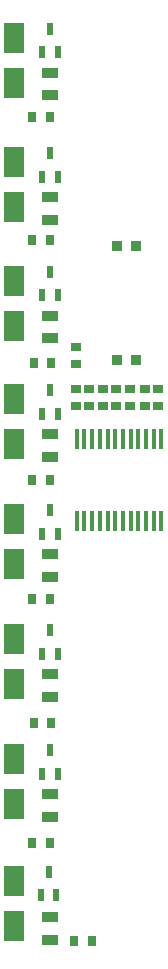
<source format=gbr>
G04 EAGLE Gerber RS-274X export*
G75*
%MOMM*%
%FSLAX34Y34*%
%LPD*%
%INSolderpaste Top*%
%IPPOS*%
%AMOC8*
5,1,8,0,0,1.08239X$1,22.5*%
G01*
%ADD10R,1.700000X2.550000*%
%ADD11R,0.450000X1.675000*%
%ADD12R,0.500000X1.000000*%
%ADD13R,0.650000X0.900000*%
%ADD14R,0.900000X0.650000*%
%ADD15R,1.400000X0.900000*%
%ADD16R,0.900000X0.950000*%


D10*
X358140Y134670D03*
X358140Y172670D03*
X358140Y236270D03*
X358140Y274270D03*
X358140Y337870D03*
X358140Y375870D03*
X358140Y31800D03*
X358140Y69800D03*
X358140Y439470D03*
X358140Y477470D03*
X358140Y539800D03*
X358140Y577800D03*
X358140Y745540D03*
X358140Y783540D03*
X358140Y640130D03*
X358140Y678130D03*
D11*
X482790Y443820D03*
X476290Y443820D03*
X469790Y443820D03*
X463290Y443820D03*
X456790Y443820D03*
X450290Y443820D03*
X443790Y443820D03*
X437290Y443820D03*
X430790Y443820D03*
X424290Y443820D03*
X417790Y443820D03*
X411290Y443820D03*
X411290Y374060D03*
X417790Y374060D03*
X424290Y374060D03*
X430790Y374060D03*
X437290Y374060D03*
X443790Y374060D03*
X450290Y374060D03*
X456790Y374060D03*
X463290Y374060D03*
X469790Y374060D03*
X476290Y374060D03*
X482790Y374060D03*
D12*
X382120Y160180D03*
X395120Y160180D03*
X388620Y180180D03*
X382120Y261780D03*
X395120Y261780D03*
X388620Y281780D03*
X382120Y363380D03*
X395120Y363380D03*
X388620Y383380D03*
X380850Y57310D03*
X393850Y57310D03*
X387350Y77310D03*
X382120Y464980D03*
X395120Y464980D03*
X388620Y484980D03*
X382120Y565310D03*
X395120Y565310D03*
X388620Y585310D03*
X382120Y771050D03*
X395120Y771050D03*
X388620Y791050D03*
X382120Y665640D03*
X395120Y665640D03*
X388620Y685640D03*
D13*
X388250Y101600D03*
X373750Y101600D03*
D14*
X433070Y486040D03*
X433070Y471540D03*
D13*
X389520Y508000D03*
X375020Y508000D03*
D14*
X421640Y486040D03*
X421640Y471540D03*
D13*
X388250Y716280D03*
X373750Y716280D03*
D14*
X410210Y486040D03*
X410210Y471540D03*
D13*
X388250Y612140D03*
X373750Y612140D03*
D14*
X410210Y521600D03*
X410210Y507100D03*
X468630Y486040D03*
X468630Y471540D03*
D13*
X389520Y203200D03*
X375020Y203200D03*
D14*
X455930Y486040D03*
X455930Y471540D03*
D13*
X388250Y308610D03*
X373750Y308610D03*
D14*
X444500Y486040D03*
X444500Y471540D03*
D13*
X409310Y19050D03*
X423810Y19050D03*
D14*
X480060Y486040D03*
X480060Y471540D03*
D13*
X388250Y408940D03*
X373750Y408940D03*
D15*
X388620Y142850D03*
X388620Y123850D03*
X388620Y244450D03*
X388620Y225450D03*
X388620Y346050D03*
X388620Y327050D03*
X388620Y38710D03*
X388620Y19710D03*
X388620Y447650D03*
X388620Y428650D03*
X388620Y547980D03*
X388620Y528980D03*
X388620Y753720D03*
X388620Y734720D03*
X388620Y648310D03*
X388620Y629310D03*
D16*
X461390Y607060D03*
X445390Y607060D03*
X461390Y510540D03*
X445390Y510540D03*
M02*

</source>
